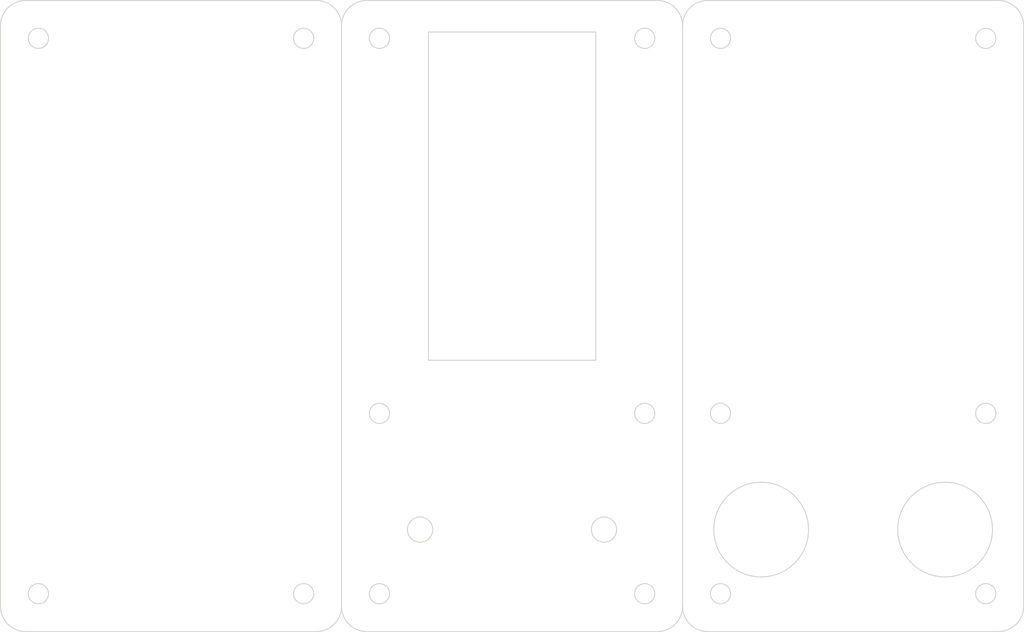
<source format=kicad_pcb>
(kicad_pcb (version 3) (host pcbnew "(2013-07-07 BZR 4022)-stable")

  (general
    (links 0)
    (no_connects 0)
    (area 19.924999 19.924999 182.075001 120.075001)
    (thickness 1.6)
    (drawings 46)
    (tracks 0)
    (zones 0)
    (modules 0)
    (nets 1)
  )

  (page A3)
  (layers
    (15 F.Cu signal)
    (0 B.Cu signal)
    (16 B.Adhes user)
    (17 F.Adhes user)
    (18 B.Paste user)
    (19 F.Paste user)
    (20 B.SilkS user)
    (21 F.SilkS user)
    (22 B.Mask user)
    (23 F.Mask user)
    (24 Dwgs.User user)
    (25 Cmts.User user)
    (26 Eco1.User user)
    (27 Eco2.User user)
    (28 Edge.Cuts user)
  )

  (setup
    (last_trace_width 0.254)
    (trace_clearance 0.254)
    (zone_clearance 0.508)
    (zone_45_only no)
    (trace_min 0.254)
    (segment_width 0.2)
    (edge_width 0.15)
    (via_size 0.889)
    (via_drill 0.635)
    (via_min_size 0.889)
    (via_min_drill 0.508)
    (uvia_size 0.508)
    (uvia_drill 0.127)
    (uvias_allowed no)
    (uvia_min_size 0.508)
    (uvia_min_drill 0.127)
    (pcb_text_width 0.3)
    (pcb_text_size 1.5 1.5)
    (mod_edge_width 0.15)
    (mod_text_size 1.5 1.5)
    (mod_text_width 0.15)
    (pad_size 1.524 1.524)
    (pad_drill 0.762)
    (pad_to_mask_clearance 0.2)
    (aux_axis_origin 0 0)
    (visible_elements 7FFFFFFF)
    (pcbplotparams
      (layerselection 268435456)
      (usegerberextensions false)
      (excludeedgelayer true)
      (linewidth 0.100000)
      (plotframeref false)
      (viasonmask false)
      (mode 1)
      (useauxorigin false)
      (hpglpennumber 1)
      (hpglpenspeed 20)
      (hpglpendiameter 15)
      (hpglpenoverlay 2)
      (psnegative false)
      (psa4output false)
      (plotreference true)
      (plotvalue true)
      (plotothertext true)
      (plotinvisibletext false)
      (padsonsilk false)
      (subtractmaskfromsilk false)
      (outputformat 3)
      (mirror false)
      (drillshape 0)
      (scaleselection 1)
      (outputdirectory GERBER/))
  )

  (net 0 "")

  (net_class Default "This is the default net class."
    (clearance 0.254)
    (trace_width 0.254)
    (via_dia 0.889)
    (via_drill 0.635)
    (uvia_dia 0.508)
    (uvia_drill 0.127)
    (add_net "")
  )

  (gr_circle (center 134 114) (end 135.6 114) (layer Edge.Cuts) (width 0.15) (tstamp 5264340E))
  (gr_circle (center 176 114) (end 177.6 114) (layer Edge.Cuts) (width 0.15) (tstamp 5264340D))
  (gr_circle (center 176 26) (end 177.6 26) (layer Edge.Cuts) (width 0.15) (tstamp 5264340C))
  (gr_circle (center 134 26) (end 132.4 26) (layer Edge.Cuts) (width 0.15) (tstamp 5264340B))
  (gr_arc (start 132 116) (end 132 120) (angle 90) (layer Edge.Cuts) (width 0.15) (tstamp 5264340A))
  (gr_arc (start 178 116) (end 182 116) (angle 90) (layer Edge.Cuts) (width 0.15) (tstamp 52643409))
  (gr_arc (start 132 24) (end 128 24) (angle 90) (layer Edge.Cuts) (width 0.15) (tstamp 52643408))
  (gr_line (start 178 20) (end 132 20) (angle 90) (layer Edge.Cuts) (width 0.15) (tstamp 52643407))
  (gr_line (start 182 116) (end 182 24) (angle 90) (layer Edge.Cuts) (width 0.15) (tstamp 52643406))
  (gr_line (start 132 120) (end 178 120) (angle 90) (layer Edge.Cuts) (width 0.15) (tstamp 52643405))
  (gr_arc (start 178 24) (end 178 20) (angle 90) (layer Edge.Cuts) (width 0.15) (tstamp 52643404))
  (gr_circle (center 140.44 103.84) (end 140.44 111.34) (layer Edge.Cuts) (width 0.15) (tstamp 526433FF))
  (gr_circle (center 169.56 103.84) (end 169.56 111.34) (layer Edge.Cuts) (width 0.15) (tstamp 526433FE))
  (gr_circle (center 134 85.425) (end 134 87.025) (layer Edge.Cuts) (width 0.15) (tstamp 526433FD))
  (gr_circle (center 176 85.425) (end 176 87.025) (layer Edge.Cuts) (width 0.15) (tstamp 526433FC))
  (gr_circle (center 122 85.425) (end 122 87.025) (layer Edge.Cuts) (width 0.15))
  (gr_circle (center 80 85.425) (end 80 87.025) (layer Edge.Cuts) (width 0.15))
  (gr_circle (center 115.56 103.84) (end 115.56 105.84) (layer Edge.Cuts) (width 0.15))
  (gr_circle (center 86.44 103.84) (end 86.44 105.84) (layer Edge.Cuts) (width 0.15) (tstamp 52642CBD))
  (gr_line (start 114.25 25) (end 87.75 25) (angle 90) (layer Edge.Cuts) (width 0.15))
  (gr_line (start 114.25 77) (end 114.25 25) (angle 90) (layer Edge.Cuts) (width 0.15))
  (gr_line (start 87.75 77) (end 114.25 77) (angle 90) (layer Edge.Cuts) (width 0.15))
  (gr_line (start 87.75 25) (end 87.75 77) (angle 90) (layer Edge.Cuts) (width 0.15))
  (gr_arc (start 124 24) (end 124 20) (angle 90) (layer Edge.Cuts) (width 0.15) (tstamp 526429FB))
  (gr_line (start 78 120) (end 124 120) (angle 90) (layer Edge.Cuts) (width 0.15) (tstamp 526429FF))
  (gr_line (start 128 116) (end 128 24) (angle 90) (layer Edge.Cuts) (width 0.15) (tstamp 526429FE))
  (gr_line (start 124 20) (end 78 20) (angle 90) (layer Edge.Cuts) (width 0.15) (tstamp 526429FD))
  (gr_arc (start 78 24) (end 74 24) (angle 90) (layer Edge.Cuts) (width 0.15) (tstamp 526429FC))
  (gr_arc (start 124 116) (end 128 116) (angle 90) (layer Edge.Cuts) (width 0.15) (tstamp 526429FA))
  (gr_arc (start 78 116) (end 78 120) (angle 90) (layer Edge.Cuts) (width 0.15) (tstamp 526429F9))
  (gr_circle (center 80 26) (end 78.4 26) (layer Edge.Cuts) (width 0.15) (tstamp 526429F8))
  (gr_circle (center 122 26) (end 123.6 26) (layer Edge.Cuts) (width 0.15) (tstamp 526429F7))
  (gr_circle (center 122 114) (end 123.6 114) (layer Edge.Cuts) (width 0.15) (tstamp 526429F6))
  (gr_circle (center 80 114) (end 81.6 114) (layer Edge.Cuts) (width 0.15) (tstamp 526429F5))
  (gr_circle (center 26 114) (end 27.6 114) (layer Edge.Cuts) (width 0.15))
  (gr_circle (center 68 114) (end 69.6 114) (layer Edge.Cuts) (width 0.15))
  (gr_circle (center 68 26) (end 69.6 26) (layer Edge.Cuts) (width 0.15))
  (gr_circle (center 26 26) (end 24.4 26) (layer Edge.Cuts) (width 0.15))
  (gr_arc (start 24 116) (end 24 120) (angle 90) (layer Edge.Cuts) (width 0.15))
  (gr_arc (start 70 116) (end 74 116) (angle 90) (layer Edge.Cuts) (width 0.15))
  (gr_arc (start 70 24) (end 70 20) (angle 90) (layer Edge.Cuts) (width 0.15))
  (gr_arc (start 24 24) (end 20 24) (angle 90) (layer Edge.Cuts) (width 0.15))
  (gr_line (start 70 20) (end 24 20) (angle 90) (layer Edge.Cuts) (width 0.15))
  (gr_line (start 74 116) (end 74 24) (angle 90) (layer Edge.Cuts) (width 0.15))
  (gr_line (start 24 120) (end 70 120) (angle 90) (layer Edge.Cuts) (width 0.15))
  (gr_line (start 20 24) (end 20 116) (angle 90) (layer Edge.Cuts) (width 0.15))

)

</source>
